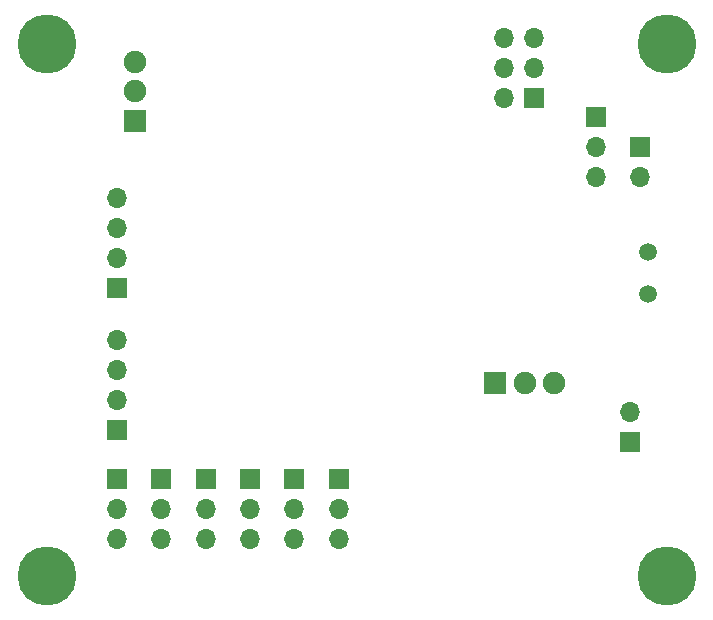
<source format=gbs>
%TF.GenerationSoftware,KiCad,Pcbnew,(6.0.5)*%
%TF.CreationDate,2022-06-15T23:30:51-04:00*%
%TF.ProjectId,FlightController,466c6967-6874-4436-9f6e-74726f6c6c65,rev?*%
%TF.SameCoordinates,Original*%
%TF.FileFunction,Soldermask,Bot*%
%TF.FilePolarity,Negative*%
%FSLAX46Y46*%
G04 Gerber Fmt 4.6, Leading zero omitted, Abs format (unit mm)*
G04 Created by KiCad (PCBNEW (6.0.5)) date 2022-06-15 23:30:51*
%MOMM*%
%LPD*%
G01*
G04 APERTURE LIST*
%ADD10C,5.000000*%
%ADD11R,1.700000X1.700000*%
%ADD12O,1.700000X1.700000*%
%ADD13R,1.900000X1.900000*%
%ADD14C,1.900000*%
%ADD15C,1.500000*%
G04 APERTURE END LIST*
D10*
%TO.C,H4*%
X117500000Y-122500000D03*
%TD*%
D11*
%TO.C,J1*%
X164000000Y-83700000D03*
D12*
X164000000Y-86240000D03*
X164000000Y-88780000D03*
%TD*%
D11*
%TO.C,J8*%
X134730000Y-114335000D03*
D12*
X134730000Y-116875000D03*
X134730000Y-119415000D03*
%TD*%
D11*
%TO.C,J11*%
X123480000Y-98160000D03*
D12*
X123480000Y-95620000D03*
X123480000Y-93080000D03*
X123480000Y-90540000D03*
%TD*%
D13*
%TO.C,SW1*%
X125000000Y-84000000D03*
D14*
X125000000Y-81500000D03*
X125000000Y-79000000D03*
%TD*%
D10*
%TO.C,H1*%
X170000000Y-122500000D03*
%TD*%
%TO.C,H2*%
X117500000Y-77500000D03*
%TD*%
D11*
%TO.C,J4*%
X123480000Y-110160000D03*
D12*
X123480000Y-107620000D03*
X123480000Y-105080000D03*
X123480000Y-102540000D03*
%TD*%
D11*
%TO.C,J7*%
X130980000Y-114335000D03*
D12*
X130980000Y-116875000D03*
X130980000Y-119415000D03*
%TD*%
D15*
%TO.C,J2*%
X168425000Y-95110000D03*
X168425000Y-98610000D03*
%TD*%
D12*
%TO.C,J13*%
X166900000Y-108635000D03*
D11*
X166900000Y-111175000D03*
%TD*%
D13*
%TO.C,SW2*%
X155480000Y-106157500D03*
D14*
X157980000Y-106157500D03*
X160480000Y-106157500D03*
%TD*%
D11*
%TO.C,J12*%
X167765581Y-86191641D03*
D12*
X167765581Y-88731641D03*
%TD*%
D11*
%TO.C,J5*%
X123480000Y-114335000D03*
D12*
X123480000Y-116875000D03*
X123480000Y-119415000D03*
%TD*%
D11*
%TO.C,J10*%
X142230000Y-114335000D03*
D12*
X142230000Y-116875000D03*
X142230000Y-119415000D03*
%TD*%
D11*
%TO.C,J9*%
X138480000Y-114335000D03*
D12*
X138480000Y-116875000D03*
X138480000Y-119415000D03*
%TD*%
D11*
%TO.C,J6*%
X127230000Y-114335000D03*
D12*
X127230000Y-116875000D03*
X127230000Y-119415000D03*
%TD*%
D10*
%TO.C,H3*%
X170000000Y-77500000D03*
%TD*%
D11*
%TO.C,J3*%
X158775000Y-82025000D03*
D12*
X156235000Y-82025000D03*
X158775000Y-79485000D03*
X156235000Y-79485000D03*
X158775000Y-76945000D03*
X156235000Y-76945000D03*
%TD*%
M02*

</source>
